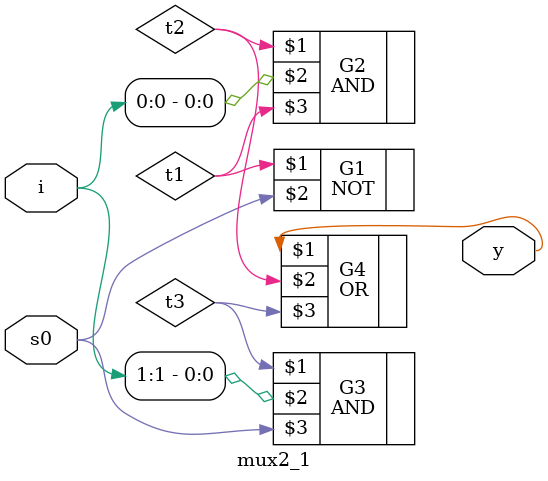
<source format=v>
module mux2_1(i,s0,y);
input [1:0] i;
input s0;
output y;
wire t1,t2,t3;
NOT G1(t1,s0);
AND G2(t2,i[0],t1);
AND G3(t3,i[1],s0);
OR G4(y,t2,t3);
endmodule

</source>
